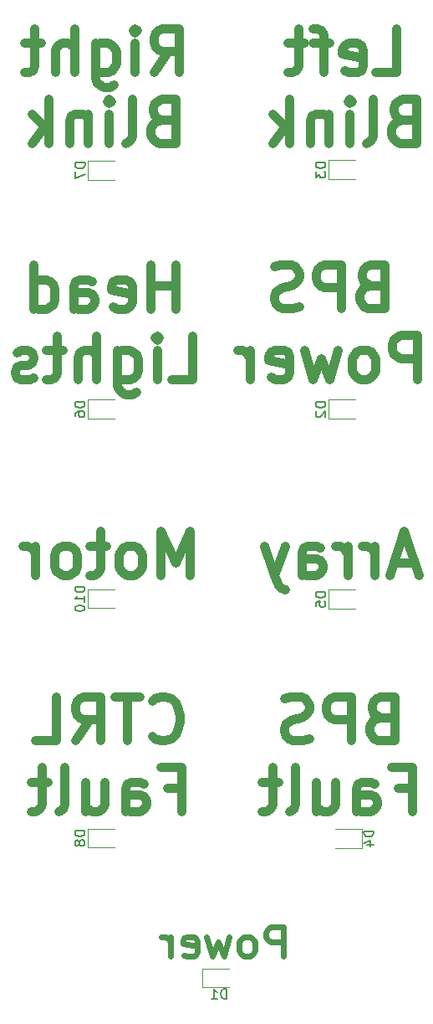
<source format=gbr>
G04 #@! TF.GenerationSoftware,KiCad,Pcbnew,(6.0.1)*
G04 #@! TF.CreationDate,2022-05-25T00:18:57-05:00*
G04 #@! TF.ProjectId,Controls-LightingPCB,436f6e74-726f-46c7-932d-4c6967687469,rev?*
G04 #@! TF.SameCoordinates,Original*
G04 #@! TF.FileFunction,Legend,Bot*
G04 #@! TF.FilePolarity,Positive*
%FSLAX46Y46*%
G04 Gerber Fmt 4.6, Leading zero omitted, Abs format (unit mm)*
G04 Created by KiCad (PCBNEW (6.0.1)) date 2022-05-25 00:18:57*
%MOMM*%
%LPD*%
G01*
G04 APERTURE LIST*
%ADD10C,0.889000*%
%ADD11C,0.600000*%
%ADD12C,0.150000*%
%ADD13C,0.120000*%
G04 APERTURE END LIST*
D10*
X150800666Y-81617608D02*
X150800666Y-77172608D01*
X150800666Y-79289275D02*
X148260666Y-79289275D01*
X148260666Y-81617608D02*
X148260666Y-77172608D01*
X144450666Y-81405941D02*
X144874000Y-81617608D01*
X145720666Y-81617608D01*
X146144000Y-81405941D01*
X146355666Y-80982608D01*
X146355666Y-79289275D01*
X146144000Y-78865941D01*
X145720666Y-78654275D01*
X144874000Y-78654275D01*
X144450666Y-78865941D01*
X144239000Y-79289275D01*
X144239000Y-79712608D01*
X146355666Y-80135941D01*
X140429000Y-81617608D02*
X140429000Y-79289275D01*
X140640666Y-78865941D01*
X141064000Y-78654275D01*
X141910666Y-78654275D01*
X142334000Y-78865941D01*
X140429000Y-81405941D02*
X140852333Y-81617608D01*
X141910666Y-81617608D01*
X142334000Y-81405941D01*
X142545666Y-80982608D01*
X142545666Y-80559275D01*
X142334000Y-80135941D01*
X141910666Y-79924275D01*
X140852333Y-79924275D01*
X140429000Y-79712608D01*
X136407333Y-81617608D02*
X136407333Y-77172608D01*
X136407333Y-81405941D02*
X136830666Y-81617608D01*
X137677333Y-81617608D01*
X138100666Y-81405941D01*
X138312333Y-81194275D01*
X138524000Y-80770941D01*
X138524000Y-79500941D01*
X138312333Y-79077608D01*
X138100666Y-78865941D01*
X137677333Y-78654275D01*
X136830666Y-78654275D01*
X136407333Y-78865941D01*
X150377333Y-88774058D02*
X152494000Y-88774058D01*
X152494000Y-84329058D01*
X148895666Y-88774058D02*
X148895666Y-85810725D01*
X148895666Y-84329058D02*
X149107333Y-84540725D01*
X148895666Y-84752391D01*
X148684000Y-84540725D01*
X148895666Y-84329058D01*
X148895666Y-84752391D01*
X144874000Y-85810725D02*
X144874000Y-89409058D01*
X145085666Y-89832391D01*
X145297333Y-90044058D01*
X145720666Y-90255725D01*
X146355666Y-90255725D01*
X146779000Y-90044058D01*
X144874000Y-88562391D02*
X145297333Y-88774058D01*
X146144000Y-88774058D01*
X146567333Y-88562391D01*
X146779000Y-88350725D01*
X146990666Y-87927391D01*
X146990666Y-86657391D01*
X146779000Y-86234058D01*
X146567333Y-86022391D01*
X146144000Y-85810725D01*
X145297333Y-85810725D01*
X144874000Y-86022391D01*
X142757333Y-88774058D02*
X142757333Y-84329058D01*
X140852333Y-88774058D02*
X140852333Y-86445725D01*
X141064000Y-86022391D01*
X141487333Y-85810725D01*
X142122333Y-85810725D01*
X142545666Y-86022391D01*
X142757333Y-86234058D01*
X139370666Y-85810725D02*
X137677333Y-85810725D01*
X138735666Y-84329058D02*
X138735666Y-88139058D01*
X138524000Y-88562391D01*
X138100666Y-88774058D01*
X137677333Y-88774058D01*
X136407333Y-88562391D02*
X135984000Y-88774058D01*
X135137333Y-88774058D01*
X134714000Y-88562391D01*
X134502333Y-88139058D01*
X134502333Y-87927391D01*
X134714000Y-87504058D01*
X135137333Y-87292391D01*
X135772333Y-87292391D01*
X136195666Y-87080725D01*
X136407333Y-86657391D01*
X136407333Y-86445725D01*
X136195666Y-86022391D01*
X135772333Y-85810725D01*
X135137333Y-85810725D01*
X134714000Y-86022391D01*
X148578166Y-57708608D02*
X150059833Y-55591941D01*
X151118166Y-57708608D02*
X151118166Y-53263608D01*
X149424833Y-53263608D01*
X149001500Y-53475275D01*
X148789833Y-53686941D01*
X148578166Y-54110275D01*
X148578166Y-54745275D01*
X148789833Y-55168608D01*
X149001500Y-55380275D01*
X149424833Y-55591941D01*
X151118166Y-55591941D01*
X146673166Y-57708608D02*
X146673166Y-54745275D01*
X146673166Y-53263608D02*
X146884833Y-53475275D01*
X146673166Y-53686941D01*
X146461500Y-53475275D01*
X146673166Y-53263608D01*
X146673166Y-53686941D01*
X142651500Y-54745275D02*
X142651500Y-58343608D01*
X142863166Y-58766941D01*
X143074833Y-58978608D01*
X143498166Y-59190275D01*
X144133166Y-59190275D01*
X144556500Y-58978608D01*
X142651500Y-57496941D02*
X143074833Y-57708608D01*
X143921500Y-57708608D01*
X144344833Y-57496941D01*
X144556500Y-57285275D01*
X144768166Y-56861941D01*
X144768166Y-55591941D01*
X144556500Y-55168608D01*
X144344833Y-54956941D01*
X143921500Y-54745275D01*
X143074833Y-54745275D01*
X142651500Y-54956941D01*
X140534833Y-57708608D02*
X140534833Y-53263608D01*
X138629833Y-57708608D02*
X138629833Y-55380275D01*
X138841500Y-54956941D01*
X139264833Y-54745275D01*
X139899833Y-54745275D01*
X140323166Y-54956941D01*
X140534833Y-55168608D01*
X137148166Y-54745275D02*
X135454833Y-54745275D01*
X136513166Y-53263608D02*
X136513166Y-57073608D01*
X136301500Y-57496941D01*
X135878166Y-57708608D01*
X135454833Y-57708608D01*
X149319000Y-62536725D02*
X148684000Y-62748391D01*
X148472333Y-62960058D01*
X148260666Y-63383391D01*
X148260666Y-64018391D01*
X148472333Y-64441725D01*
X148684000Y-64653391D01*
X149107333Y-64865058D01*
X150800666Y-64865058D01*
X150800666Y-60420058D01*
X149319000Y-60420058D01*
X148895666Y-60631725D01*
X148684000Y-60843391D01*
X148472333Y-61266725D01*
X148472333Y-61690058D01*
X148684000Y-62113391D01*
X148895666Y-62325058D01*
X149319000Y-62536725D01*
X150800666Y-62536725D01*
X145720666Y-64865058D02*
X146144000Y-64653391D01*
X146355666Y-64230058D01*
X146355666Y-60420058D01*
X144027333Y-64865058D02*
X144027333Y-61901725D01*
X144027333Y-60420058D02*
X144239000Y-60631725D01*
X144027333Y-60843391D01*
X143815666Y-60631725D01*
X144027333Y-60420058D01*
X144027333Y-60843391D01*
X141910666Y-61901725D02*
X141910666Y-64865058D01*
X141910666Y-62325058D02*
X141699000Y-62113391D01*
X141275666Y-61901725D01*
X140640666Y-61901725D01*
X140217333Y-62113391D01*
X140005666Y-62536725D01*
X140005666Y-64865058D01*
X137889000Y-64865058D02*
X137889000Y-60420058D01*
X137465666Y-63171725D02*
X136195666Y-64865058D01*
X136195666Y-61901725D02*
X137889000Y-63595058D01*
X174994166Y-107260833D02*
X172877500Y-107260833D01*
X175417500Y-108530833D02*
X173935833Y-104085833D01*
X172454166Y-108530833D01*
X170972500Y-108530833D02*
X170972500Y-105567500D01*
X170972500Y-106414166D02*
X170760833Y-105990833D01*
X170549166Y-105779166D01*
X170125833Y-105567500D01*
X169702500Y-105567500D01*
X168220833Y-108530833D02*
X168220833Y-105567500D01*
X168220833Y-106414166D02*
X168009166Y-105990833D01*
X167797500Y-105779166D01*
X167374166Y-105567500D01*
X166950833Y-105567500D01*
X163564166Y-108530833D02*
X163564166Y-106202500D01*
X163775833Y-105779166D01*
X164199166Y-105567500D01*
X165045833Y-105567500D01*
X165469166Y-105779166D01*
X163564166Y-108319166D02*
X163987500Y-108530833D01*
X165045833Y-108530833D01*
X165469166Y-108319166D01*
X165680833Y-107895833D01*
X165680833Y-107472500D01*
X165469166Y-107049166D01*
X165045833Y-106837500D01*
X163987500Y-106837500D01*
X163564166Y-106625833D01*
X161870833Y-105567500D02*
X160812500Y-108530833D01*
X159754166Y-105567500D02*
X160812500Y-108530833D01*
X161235833Y-109589166D01*
X161447500Y-109800833D01*
X161870833Y-110012500D01*
X152261166Y-108530833D02*
X152261166Y-104085833D01*
X150779500Y-107260833D01*
X149297833Y-104085833D01*
X149297833Y-108530833D01*
X146546166Y-108530833D02*
X146969500Y-108319166D01*
X147181166Y-108107500D01*
X147392833Y-107684166D01*
X147392833Y-106414166D01*
X147181166Y-105990833D01*
X146969500Y-105779166D01*
X146546166Y-105567500D01*
X145911166Y-105567500D01*
X145487833Y-105779166D01*
X145276166Y-105990833D01*
X145064500Y-106414166D01*
X145064500Y-107684166D01*
X145276166Y-108107500D01*
X145487833Y-108319166D01*
X145911166Y-108530833D01*
X146546166Y-108530833D01*
X143794500Y-105567500D02*
X142101166Y-105567500D01*
X143159500Y-104085833D02*
X143159500Y-107895833D01*
X142947833Y-108319166D01*
X142524500Y-108530833D01*
X142101166Y-108530833D01*
X139984500Y-108530833D02*
X140407833Y-108319166D01*
X140619500Y-108107500D01*
X140831166Y-107684166D01*
X140831166Y-106414166D01*
X140619500Y-105990833D01*
X140407833Y-105779166D01*
X139984500Y-105567500D01*
X139349500Y-105567500D01*
X138926166Y-105779166D01*
X138714500Y-105990833D01*
X138502833Y-106414166D01*
X138502833Y-107684166D01*
X138714500Y-108107500D01*
X138926166Y-108319166D01*
X139349500Y-108530833D01*
X139984500Y-108530833D01*
X136597833Y-108530833D02*
X136597833Y-105567500D01*
X136597833Y-106414166D02*
X136386166Y-105990833D01*
X136174500Y-105779166D01*
X135751166Y-105567500D01*
X135327833Y-105567500D01*
X171057166Y-57708608D02*
X173173833Y-57708608D01*
X173173833Y-53263608D01*
X167882166Y-57496941D02*
X168305500Y-57708608D01*
X169152166Y-57708608D01*
X169575500Y-57496941D01*
X169787166Y-57073608D01*
X169787166Y-55380275D01*
X169575500Y-54956941D01*
X169152166Y-54745275D01*
X168305500Y-54745275D01*
X167882166Y-54956941D01*
X167670500Y-55380275D01*
X167670500Y-55803608D01*
X169787166Y-56226941D01*
X166400500Y-54745275D02*
X164707166Y-54745275D01*
X165765500Y-57708608D02*
X165765500Y-53898608D01*
X165553833Y-53475275D01*
X165130500Y-53263608D01*
X164707166Y-53263608D01*
X163860500Y-54745275D02*
X162167166Y-54745275D01*
X163225500Y-53263608D02*
X163225500Y-57073608D01*
X163013833Y-57496941D01*
X162590500Y-57708608D01*
X162167166Y-57708608D01*
X173703000Y-62536725D02*
X173068000Y-62748391D01*
X172856333Y-62960058D01*
X172644666Y-63383391D01*
X172644666Y-64018391D01*
X172856333Y-64441725D01*
X173068000Y-64653391D01*
X173491333Y-64865058D01*
X175184666Y-64865058D01*
X175184666Y-60420058D01*
X173703000Y-60420058D01*
X173279666Y-60631725D01*
X173068000Y-60843391D01*
X172856333Y-61266725D01*
X172856333Y-61690058D01*
X173068000Y-62113391D01*
X173279666Y-62325058D01*
X173703000Y-62536725D01*
X175184666Y-62536725D01*
X170104666Y-64865058D02*
X170528000Y-64653391D01*
X170739666Y-64230058D01*
X170739666Y-60420058D01*
X168411333Y-64865058D02*
X168411333Y-61901725D01*
X168411333Y-60420058D02*
X168623000Y-60631725D01*
X168411333Y-60843391D01*
X168199666Y-60631725D01*
X168411333Y-60420058D01*
X168411333Y-60843391D01*
X166294666Y-61901725D02*
X166294666Y-64865058D01*
X166294666Y-62325058D02*
X166083000Y-62113391D01*
X165659666Y-61901725D01*
X165024666Y-61901725D01*
X164601333Y-62113391D01*
X164389666Y-62536725D01*
X164389666Y-64865058D01*
X162273000Y-64865058D02*
X162273000Y-60420058D01*
X161849666Y-63171725D02*
X160579666Y-64865058D01*
X160579666Y-61901725D02*
X162273000Y-63595058D01*
X171501666Y-122944275D02*
X170866666Y-123155941D01*
X170655000Y-123367608D01*
X170443333Y-123790941D01*
X170443333Y-124425941D01*
X170655000Y-124849275D01*
X170866666Y-125060941D01*
X171290000Y-125272608D01*
X172983333Y-125272608D01*
X172983333Y-120827608D01*
X171501666Y-120827608D01*
X171078333Y-121039275D01*
X170866666Y-121250941D01*
X170655000Y-121674275D01*
X170655000Y-122097608D01*
X170866666Y-122520941D01*
X171078333Y-122732608D01*
X171501666Y-122944275D01*
X172983333Y-122944275D01*
X168538333Y-125272608D02*
X168538333Y-120827608D01*
X166845000Y-120827608D01*
X166421666Y-121039275D01*
X166210000Y-121250941D01*
X165998333Y-121674275D01*
X165998333Y-122309275D01*
X166210000Y-122732608D01*
X166421666Y-122944275D01*
X166845000Y-123155941D01*
X168538333Y-123155941D01*
X164305000Y-125060941D02*
X163670000Y-125272608D01*
X162611666Y-125272608D01*
X162188333Y-125060941D01*
X161976666Y-124849275D01*
X161765000Y-124425941D01*
X161765000Y-124002608D01*
X161976666Y-123579275D01*
X162188333Y-123367608D01*
X162611666Y-123155941D01*
X163458333Y-122944275D01*
X163881666Y-122732608D01*
X164093333Y-122520941D01*
X164305000Y-122097608D01*
X164305000Y-121674275D01*
X164093333Y-121250941D01*
X163881666Y-121039275D01*
X163458333Y-120827608D01*
X162400000Y-120827608D01*
X161765000Y-121039275D01*
X173300833Y-130100725D02*
X174782500Y-130100725D01*
X174782500Y-132429058D02*
X174782500Y-127984058D01*
X172665833Y-127984058D01*
X169067500Y-132429058D02*
X169067500Y-130100725D01*
X169279166Y-129677391D01*
X169702500Y-129465725D01*
X170549166Y-129465725D01*
X170972500Y-129677391D01*
X169067500Y-132217391D02*
X169490833Y-132429058D01*
X170549166Y-132429058D01*
X170972500Y-132217391D01*
X171184166Y-131794058D01*
X171184166Y-131370725D01*
X170972500Y-130947391D01*
X170549166Y-130735725D01*
X169490833Y-130735725D01*
X169067500Y-130524058D01*
X165045833Y-129465725D02*
X165045833Y-132429058D01*
X166950833Y-129465725D02*
X166950833Y-131794058D01*
X166739166Y-132217391D01*
X166315833Y-132429058D01*
X165680833Y-132429058D01*
X165257500Y-132217391D01*
X165045833Y-132005725D01*
X162294166Y-132429058D02*
X162717500Y-132217391D01*
X162929166Y-131794058D01*
X162929166Y-127984058D01*
X161235833Y-129465725D02*
X159542500Y-129465725D01*
X160600833Y-127984058D02*
X160600833Y-131794058D01*
X160389166Y-132217391D01*
X159965833Y-132429058D01*
X159542500Y-132429058D01*
D11*
X161678569Y-147107142D02*
X161678569Y-144107143D01*
X160535712Y-144107143D01*
X160249998Y-144250000D01*
X160107141Y-144392857D01*
X159964284Y-144678571D01*
X159964284Y-145107143D01*
X160107141Y-145392857D01*
X160249998Y-145535714D01*
X160535712Y-145678571D01*
X161678569Y-145678571D01*
X158249999Y-147107142D02*
X158535713Y-146964285D01*
X158678570Y-146821428D01*
X158821427Y-146535714D01*
X158821427Y-145678571D01*
X158678570Y-145392857D01*
X158535713Y-145250000D01*
X158249999Y-145107143D01*
X157821427Y-145107143D01*
X157535713Y-145250000D01*
X157392856Y-145392857D01*
X157249999Y-145678571D01*
X157249999Y-146535714D01*
X157392856Y-146821428D01*
X157535713Y-146964285D01*
X157821427Y-147107142D01*
X158249999Y-147107142D01*
X156249999Y-145107143D02*
X155678571Y-147107142D01*
X155107143Y-145678571D01*
X154535714Y-147107142D01*
X153964286Y-145107143D01*
X151678572Y-146964285D02*
X151964286Y-147107142D01*
X152535715Y-147107142D01*
X152821429Y-146964285D01*
X152964286Y-146678571D01*
X152964286Y-145535714D01*
X152821429Y-145250000D01*
X152535715Y-145107143D01*
X151964286Y-145107143D01*
X151678572Y-145250000D01*
X151535715Y-145535714D01*
X151535715Y-145821428D01*
X152964286Y-146107142D01*
X150250001Y-147107142D02*
X150250001Y-145107143D01*
X150250001Y-145678571D02*
X150107144Y-145392857D01*
X149964287Y-145250000D01*
X149678573Y-145107143D01*
X149392859Y-145107143D01*
D10*
X170485666Y-79256275D02*
X169850666Y-79467941D01*
X169639000Y-79679608D01*
X169427333Y-80102941D01*
X169427333Y-80737941D01*
X169639000Y-81161275D01*
X169850666Y-81372941D01*
X170274000Y-81584608D01*
X171967333Y-81584608D01*
X171967333Y-77139608D01*
X170485666Y-77139608D01*
X170062333Y-77351275D01*
X169850666Y-77562941D01*
X169639000Y-77986275D01*
X169639000Y-78409608D01*
X169850666Y-78832941D01*
X170062333Y-79044608D01*
X170485666Y-79256275D01*
X171967333Y-79256275D01*
X167522333Y-81584608D02*
X167522333Y-77139608D01*
X165829000Y-77139608D01*
X165405666Y-77351275D01*
X165194000Y-77562941D01*
X164982333Y-77986275D01*
X164982333Y-78621275D01*
X165194000Y-79044608D01*
X165405666Y-79256275D01*
X165829000Y-79467941D01*
X167522333Y-79467941D01*
X163289000Y-81372941D02*
X162654000Y-81584608D01*
X161595666Y-81584608D01*
X161172333Y-81372941D01*
X160960666Y-81161275D01*
X160749000Y-80737941D01*
X160749000Y-80314608D01*
X160960666Y-79891275D01*
X161172333Y-79679608D01*
X161595666Y-79467941D01*
X162442333Y-79256275D01*
X162865666Y-79044608D01*
X163077333Y-78832941D01*
X163289000Y-78409608D01*
X163289000Y-77986275D01*
X163077333Y-77562941D01*
X162865666Y-77351275D01*
X162442333Y-77139608D01*
X161384000Y-77139608D01*
X160749000Y-77351275D01*
X175248166Y-88741058D02*
X175248166Y-84296058D01*
X173554833Y-84296058D01*
X173131500Y-84507725D01*
X172919833Y-84719391D01*
X172708166Y-85142725D01*
X172708166Y-85777725D01*
X172919833Y-86201058D01*
X173131500Y-86412725D01*
X173554833Y-86624391D01*
X175248166Y-86624391D01*
X170168166Y-88741058D02*
X170591500Y-88529391D01*
X170803166Y-88317725D01*
X171014833Y-87894391D01*
X171014833Y-86624391D01*
X170803166Y-86201058D01*
X170591500Y-85989391D01*
X170168166Y-85777725D01*
X169533166Y-85777725D01*
X169109833Y-85989391D01*
X168898166Y-86201058D01*
X168686500Y-86624391D01*
X168686500Y-87894391D01*
X168898166Y-88317725D01*
X169109833Y-88529391D01*
X169533166Y-88741058D01*
X170168166Y-88741058D01*
X167204833Y-85777725D02*
X166358166Y-88741058D01*
X165511500Y-86624391D01*
X164664833Y-88741058D01*
X163818166Y-85777725D01*
X160431500Y-88529391D02*
X160854833Y-88741058D01*
X161701500Y-88741058D01*
X162124833Y-88529391D01*
X162336500Y-88106058D01*
X162336500Y-86412725D01*
X162124833Y-85989391D01*
X161701500Y-85777725D01*
X160854833Y-85777725D01*
X160431500Y-85989391D01*
X160219833Y-86412725D01*
X160219833Y-86836058D01*
X162336500Y-87259391D01*
X158314833Y-88741058D02*
X158314833Y-85777725D01*
X158314833Y-86624391D02*
X158103166Y-86201058D01*
X157891500Y-85989391D01*
X157468166Y-85777725D01*
X157044833Y-85777725D01*
X148451166Y-124849275D02*
X148662833Y-125060941D01*
X149297833Y-125272608D01*
X149721166Y-125272608D01*
X150356166Y-125060941D01*
X150779500Y-124637608D01*
X150991166Y-124214275D01*
X151202833Y-123367608D01*
X151202833Y-122732608D01*
X150991166Y-121885941D01*
X150779500Y-121462608D01*
X150356166Y-121039275D01*
X149721166Y-120827608D01*
X149297833Y-120827608D01*
X148662833Y-121039275D01*
X148451166Y-121250941D01*
X147181166Y-120827608D02*
X144641166Y-120827608D01*
X145911166Y-125272608D02*
X145911166Y-120827608D01*
X140619500Y-125272608D02*
X142101166Y-123155941D01*
X143159500Y-125272608D02*
X143159500Y-120827608D01*
X141466166Y-120827608D01*
X141042833Y-121039275D01*
X140831166Y-121250941D01*
X140619500Y-121674275D01*
X140619500Y-122309275D01*
X140831166Y-122732608D01*
X141042833Y-122944275D01*
X141466166Y-123155941D01*
X143159500Y-123155941D01*
X136597833Y-125272608D02*
X138714500Y-125272608D01*
X138714500Y-120827608D01*
X149932833Y-130100725D02*
X151414500Y-130100725D01*
X151414500Y-132429058D02*
X151414500Y-127984058D01*
X149297833Y-127984058D01*
X145699500Y-132429058D02*
X145699500Y-130100725D01*
X145911166Y-129677391D01*
X146334500Y-129465725D01*
X147181166Y-129465725D01*
X147604500Y-129677391D01*
X145699500Y-132217391D02*
X146122833Y-132429058D01*
X147181166Y-132429058D01*
X147604500Y-132217391D01*
X147816166Y-131794058D01*
X147816166Y-131370725D01*
X147604500Y-130947391D01*
X147181166Y-130735725D01*
X146122833Y-130735725D01*
X145699500Y-130524058D01*
X141677833Y-129465725D02*
X141677833Y-132429058D01*
X143582833Y-129465725D02*
X143582833Y-131794058D01*
X143371166Y-132217391D01*
X142947833Y-132429058D01*
X142312833Y-132429058D01*
X141889500Y-132217391D01*
X141677833Y-132005725D01*
X138926166Y-132429058D02*
X139349500Y-132217391D01*
X139561166Y-131794058D01*
X139561166Y-127984058D01*
X137867833Y-129465725D02*
X136174500Y-129465725D01*
X137232833Y-127984058D02*
X137232833Y-131794058D01*
X137021166Y-132217391D01*
X136597833Y-132429058D01*
X136174500Y-132429058D01*
D12*
X141592880Y-134399604D02*
X140592880Y-134399604D01*
X140592880Y-134637700D01*
X140640500Y-134780557D01*
X140735738Y-134875795D01*
X140830976Y-134923414D01*
X141021452Y-134971033D01*
X141164309Y-134971033D01*
X141354785Y-134923414D01*
X141450023Y-134875795D01*
X141545261Y-134780557D01*
X141592880Y-134637700D01*
X141592880Y-134399604D01*
X141021452Y-135542461D02*
X140973833Y-135447223D01*
X140926214Y-135399604D01*
X140830976Y-135351985D01*
X140783357Y-135351985D01*
X140688119Y-135399604D01*
X140640500Y-135447223D01*
X140592880Y-135542461D01*
X140592880Y-135732938D01*
X140640500Y-135828176D01*
X140688119Y-135875795D01*
X140783357Y-135923414D01*
X140830976Y-135923414D01*
X140926214Y-135875795D01*
X140973833Y-135828176D01*
X141021452Y-135732938D01*
X141021452Y-135542461D01*
X141069071Y-135447223D01*
X141116690Y-135399604D01*
X141211928Y-135351985D01*
X141402404Y-135351985D01*
X141497642Y-135399604D01*
X141545261Y-135447223D01*
X141592880Y-135542461D01*
X141592880Y-135732938D01*
X141545261Y-135828176D01*
X141497642Y-135875795D01*
X141402404Y-135923414D01*
X141211928Y-135923414D01*
X141116690Y-135875795D01*
X141069071Y-135828176D01*
X141021452Y-135732938D01*
X141592880Y-109706846D02*
X140592880Y-109706846D01*
X140592880Y-109944941D01*
X140640500Y-110087798D01*
X140735738Y-110183036D01*
X140830976Y-110230655D01*
X141021452Y-110278274D01*
X141164309Y-110278274D01*
X141354785Y-110230655D01*
X141450023Y-110183036D01*
X141545261Y-110087798D01*
X141592880Y-109944941D01*
X141592880Y-109706846D01*
X141592880Y-111230655D02*
X141592880Y-110659227D01*
X141592880Y-110944941D02*
X140592880Y-110944941D01*
X140735738Y-110849703D01*
X140830976Y-110754465D01*
X140878595Y-110659227D01*
X140592880Y-111849703D02*
X140592880Y-111944941D01*
X140640500Y-112040179D01*
X140688119Y-112087798D01*
X140783357Y-112135417D01*
X140973833Y-112183036D01*
X141211928Y-112183036D01*
X141402404Y-112135417D01*
X141497642Y-112087798D01*
X141545261Y-112040179D01*
X141592880Y-111944941D01*
X141592880Y-111849703D01*
X141545261Y-111754465D01*
X141497642Y-111706846D01*
X141402404Y-111659227D01*
X141211928Y-111611608D01*
X140973833Y-111611608D01*
X140783357Y-111659227D01*
X140688119Y-111706846D01*
X140640500Y-111754465D01*
X140592880Y-111849703D01*
X165976880Y-91046470D02*
X164976880Y-91046470D01*
X164976880Y-91284566D01*
X165024500Y-91427423D01*
X165119738Y-91522661D01*
X165214976Y-91570280D01*
X165405452Y-91617899D01*
X165548309Y-91617899D01*
X165738785Y-91570280D01*
X165834023Y-91522661D01*
X165929261Y-91427423D01*
X165976880Y-91284566D01*
X165976880Y-91046470D01*
X165072119Y-91998851D02*
X165024500Y-92046470D01*
X164976880Y-92141708D01*
X164976880Y-92379804D01*
X165024500Y-92475042D01*
X165072119Y-92522661D01*
X165167357Y-92570280D01*
X165262595Y-92570280D01*
X165405452Y-92522661D01*
X165976880Y-91951232D01*
X165976880Y-92570280D01*
X141614880Y-66861904D02*
X140614880Y-66861904D01*
X140614880Y-67100000D01*
X140662500Y-67242857D01*
X140757738Y-67338095D01*
X140852976Y-67385714D01*
X141043452Y-67433333D01*
X141186309Y-67433333D01*
X141376785Y-67385714D01*
X141472023Y-67338095D01*
X141567261Y-67242857D01*
X141614880Y-67100000D01*
X141614880Y-66861904D01*
X140614880Y-67766666D02*
X140614880Y-68433333D01*
X141614880Y-68004761D01*
X165976880Y-66829904D02*
X164976880Y-66829904D01*
X164976880Y-67068000D01*
X165024500Y-67210857D01*
X165119738Y-67306095D01*
X165214976Y-67353714D01*
X165405452Y-67401333D01*
X165548309Y-67401333D01*
X165738785Y-67353714D01*
X165834023Y-67306095D01*
X165929261Y-67210857D01*
X165976880Y-67068000D01*
X165976880Y-66829904D01*
X164976880Y-67734666D02*
X164976880Y-68353714D01*
X165357833Y-68020380D01*
X165357833Y-68163238D01*
X165405452Y-68258476D01*
X165453071Y-68306095D01*
X165548309Y-68353714D01*
X165786404Y-68353714D01*
X165881642Y-68306095D01*
X165929261Y-68258476D01*
X165976880Y-68163238D01*
X165976880Y-67877523D01*
X165929261Y-67782285D01*
X165881642Y-67734666D01*
X170851880Y-134433104D02*
X169851880Y-134433104D01*
X169851880Y-134671200D01*
X169899500Y-134814057D01*
X169994738Y-134909295D01*
X170089976Y-134956914D01*
X170280452Y-135004533D01*
X170423309Y-135004533D01*
X170613785Y-134956914D01*
X170709023Y-134909295D01*
X170804261Y-134814057D01*
X170851880Y-134671200D01*
X170851880Y-134433104D01*
X170185214Y-135861676D02*
X170851880Y-135861676D01*
X169804261Y-135623580D02*
X170518547Y-135385485D01*
X170518547Y-136004533D01*
X141592880Y-91046470D02*
X140592880Y-91046470D01*
X140592880Y-91284566D01*
X140640500Y-91427423D01*
X140735738Y-91522661D01*
X140830976Y-91570280D01*
X141021452Y-91617899D01*
X141164309Y-91617899D01*
X141354785Y-91570280D01*
X141450023Y-91522661D01*
X141545261Y-91427423D01*
X141592880Y-91284566D01*
X141592880Y-91046470D01*
X140592880Y-92475042D02*
X140592880Y-92284566D01*
X140640500Y-92189327D01*
X140688119Y-92141708D01*
X140830976Y-92046470D01*
X141021452Y-91998851D01*
X141402404Y-91998851D01*
X141497642Y-92046470D01*
X141545261Y-92094089D01*
X141592880Y-92189327D01*
X141592880Y-92379804D01*
X141545261Y-92475042D01*
X141497642Y-92522661D01*
X141402404Y-92570280D01*
X141164309Y-92570280D01*
X141069071Y-92522661D01*
X141021452Y-92475042D01*
X140973833Y-92379804D01*
X140973833Y-92189327D01*
X141021452Y-92094089D01*
X141069071Y-92046470D01*
X141164309Y-91998851D01*
X165976880Y-110261904D02*
X164976880Y-110261904D01*
X164976880Y-110500000D01*
X165024500Y-110642857D01*
X165119738Y-110738095D01*
X165214976Y-110785714D01*
X165405452Y-110833333D01*
X165548309Y-110833333D01*
X165738785Y-110785714D01*
X165834023Y-110738095D01*
X165929261Y-110642857D01*
X165976880Y-110500000D01*
X165976880Y-110261904D01*
X164976880Y-111738095D02*
X164976880Y-111261904D01*
X165453071Y-111214285D01*
X165405452Y-111261904D01*
X165357833Y-111357142D01*
X165357833Y-111595238D01*
X165405452Y-111690476D01*
X165453071Y-111738095D01*
X165548309Y-111785714D01*
X165786404Y-111785714D01*
X165881642Y-111738095D01*
X165929261Y-111690476D01*
X165976880Y-111595238D01*
X165976880Y-111357142D01*
X165929261Y-111261904D01*
X165881642Y-111214285D01*
X155938095Y-151402380D02*
X155938095Y-150402380D01*
X155700000Y-150402380D01*
X155557142Y-150450000D01*
X155461904Y-150545238D01*
X155414285Y-150640476D01*
X155366666Y-150830952D01*
X155366666Y-150973809D01*
X155414285Y-151164285D01*
X155461904Y-151259523D01*
X155557142Y-151354761D01*
X155700000Y-151402380D01*
X155938095Y-151402380D01*
X154414285Y-151402380D02*
X154985714Y-151402380D01*
X154700000Y-151402380D02*
X154700000Y-150402380D01*
X154795238Y-150545238D01*
X154890476Y-150640476D01*
X154985714Y-150688095D01*
D13*
X141893000Y-134177700D02*
X144578000Y-134177700D01*
X144578000Y-136097700D02*
X141893000Y-136097700D01*
X141893000Y-136097700D02*
X141893000Y-134177700D01*
X141893000Y-109961132D02*
X144578000Y-109961132D01*
X141893000Y-111881132D02*
X141893000Y-109961132D01*
X144578000Y-111881132D02*
X141893000Y-111881132D01*
X166277000Y-92744566D02*
X166277000Y-90824566D01*
X168962000Y-92744566D02*
X166277000Y-92744566D01*
X166277000Y-90824566D02*
X168962000Y-90824566D01*
X141915000Y-68560000D02*
X141915000Y-66640000D01*
X141915000Y-66640000D02*
X144600000Y-66640000D01*
X144600000Y-68560000D02*
X141915000Y-68560000D01*
X168962000Y-68528000D02*
X166277000Y-68528000D01*
X166277000Y-68528000D02*
X166277000Y-66608000D01*
X166277000Y-66608000D02*
X168962000Y-66608000D01*
X166962000Y-134211200D02*
X169647000Y-134211200D01*
X169647000Y-136131200D02*
X166962000Y-136131200D01*
X169647000Y-134211200D02*
X169647000Y-136131200D01*
X141893000Y-92744566D02*
X141893000Y-90824566D01*
X144578000Y-92744566D02*
X141893000Y-92744566D01*
X141893000Y-90824566D02*
X144578000Y-90824566D01*
X166277000Y-111960000D02*
X166277000Y-110040000D01*
X168962000Y-111960000D02*
X166277000Y-111960000D01*
X166277000Y-110040000D02*
X168962000Y-110040000D01*
X153515000Y-150260000D02*
X153515000Y-148340000D01*
X153515000Y-148340000D02*
X156200000Y-148340000D01*
X156200000Y-150260000D02*
X153515000Y-150260000D01*
M02*

</source>
